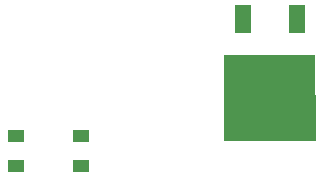
<source format=gbr>
G04 #@! TF.GenerationSoftware,KiCad,Pcbnew,(6.0.7)*
G04 #@! TF.CreationDate,2023-05-10T15:43:49+05:30*
G04 #@! TF.ProjectId,PS440V_to_5V,50533434-3056-45f7-946f-5f35562e6b69,rev?*
G04 #@! TF.SameCoordinates,Original*
G04 #@! TF.FileFunction,Paste,Top*
G04 #@! TF.FilePolarity,Positive*
%FSLAX46Y46*%
G04 Gerber Fmt 4.6, Leading zero omitted, Abs format (unit mm)*
G04 Created by KiCad (PCBNEW (6.0.7)) date 2023-05-10 15:43:49*
%MOMM*%
%LPD*%
G01*
G04 APERTURE LIST*
%ADD10R,4.000000X3.350000*%
%ADD11R,4.200000X3.900000*%
%ADD12R,4.000000X3.900000*%
%ADD13R,1.400000X2.400000*%
%ADD14R,1.450000X1.000000*%
G04 APERTURE END LIST*
D10*
X134975000Y-122075000D03*
X131150000Y-122075000D03*
D11*
X134900000Y-125700000D03*
D12*
X131225000Y-125700000D03*
D13*
X135380000Y-117300000D03*
X130820000Y-117300000D03*
D14*
X117150000Y-129770000D03*
X117150000Y-127230000D03*
X111650000Y-127230000D03*
X111650000Y-129770000D03*
M02*

</source>
